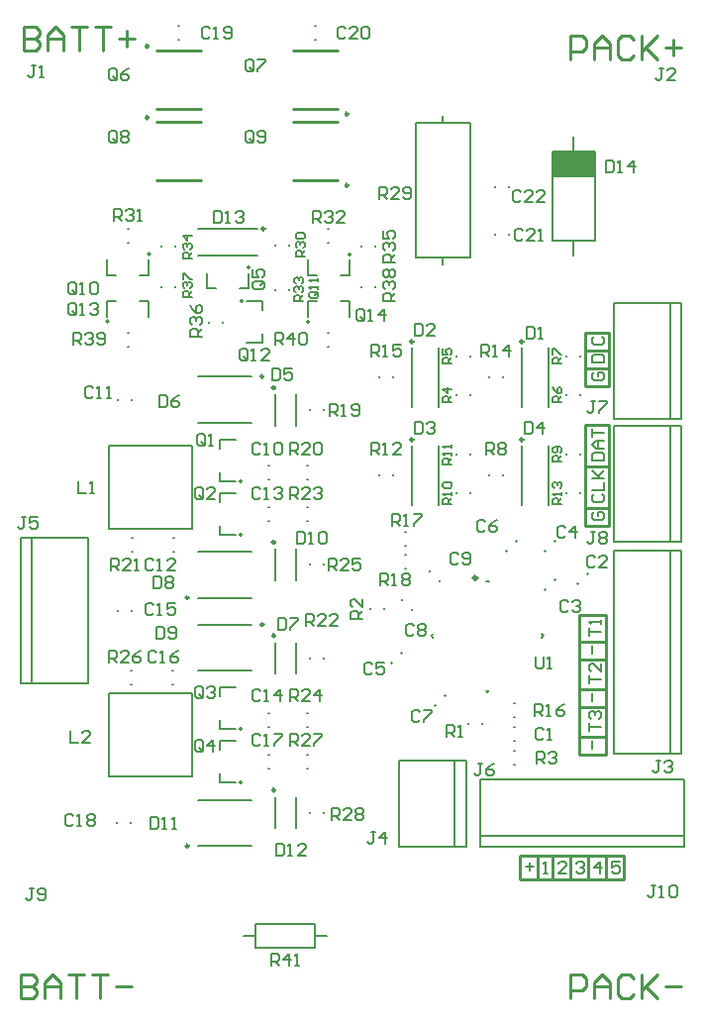
<source format=gto>
G04*
G04 #@! TF.GenerationSoftware,Altium Limited,Altium Designer,20.1.8 (145)*
G04*
G04 Layer_Color=65535*
%FSLAX25Y25*%
%MOIN*%
G70*
G04*
G04 #@! TF.SameCoordinates,DCF3A4A8-B772-48C9-94DF-C36B93A42D3A*
G04*
G04*
G04 #@! TF.FilePolarity,Positive*
G04*
G01*
G75*
%ADD10C,0.00984*%
%ADD11C,0.01181*%
%ADD12C,0.00787*%
%ADD13C,0.00984*%
%ADD14C,0.01000*%
%ADD15C,0.00800*%
%ADD16C,0.00600*%
%ADD17R,0.14087X0.09000*%
D10*
X88492Y237500D02*
G03*
X88492Y237500I-492J0D01*
G01*
Y154000D02*
G03*
X88492Y154000I-492J0D01*
G01*
Y185500D02*
G03*
X88492Y185500I-492J0D01*
G01*
Y102000D02*
G03*
X88492Y102000I-492J0D01*
G01*
X171992Y220000D02*
G03*
X171992Y220000I-492J0D01*
G01*
Y253000D02*
G03*
X171992Y253000I-492J0D01*
G01*
X134992Y220000D02*
G03*
X134992Y220000I-492J0D01*
G01*
Y253000D02*
G03*
X134992Y253000I-492J0D01*
G01*
X59394Y83244D02*
G03*
X59394Y83244I-492J0D01*
G01*
X84591Y157756D02*
G03*
X84591Y157756I-492J0D01*
G01*
X59394Y166744D02*
G03*
X59394Y166744I-492J0D01*
G01*
X84992Y291000D02*
G03*
X84992Y291000I-492J0D01*
G01*
X84591Y241256D02*
G03*
X84591Y241256I-492J0D01*
G01*
X113122Y329583D02*
G03*
X113122Y329583I-492J0D01*
G01*
D02*
G03*
X113122Y329583I-492J0D01*
G01*
Y305583D02*
G03*
X113122Y305583I-492J0D01*
G01*
D02*
G03*
X113122Y305583I-492J0D01*
G01*
X45862Y328417D02*
G03*
X45862Y328417I-492J0D01*
G01*
D02*
G03*
X45862Y328417I-492J0D01*
G01*
Y352417D02*
G03*
X45862Y352417I-492J0D01*
G01*
D02*
G03*
X45862Y352417I-492J0D01*
G01*
X201000Y238000D02*
Y256000D01*
X193000Y238000D02*
X201000D01*
X193000D02*
Y256000D01*
X201000D01*
X193000Y250000D02*
X201000D01*
X193000Y244000D02*
X201000D01*
X193000Y197000D02*
X201000D01*
X193000Y211000D02*
X201000D01*
X193000Y225000D02*
X201000D01*
X193000Y191000D02*
Y225000D01*
Y191000D02*
X201000D01*
Y225000D01*
X188000Y72000D02*
Y80000D01*
X191000Y136000D02*
X199500D01*
X191000Y146000D02*
X200000D01*
X191000Y152000D02*
X200000D01*
X191000Y161000D02*
X200000D01*
X191000Y114000D02*
Y161000D01*
Y114000D02*
X200000D01*
Y161000D01*
X171000Y72000D02*
X206000D01*
X171000D02*
Y80000D01*
X206000D01*
Y72000D02*
Y80000D01*
X200000Y72000D02*
Y80000D01*
X194000Y72000D02*
Y80000D01*
X182000Y72000D02*
Y80000D01*
X177000Y72000D02*
Y80000D01*
X94500Y331157D02*
X109500D01*
X94500Y350842D02*
X109500D01*
X94500Y307157D02*
X109500D01*
X94500Y326842D02*
X109500D01*
X48500D02*
X63500D01*
X48500Y307157D02*
X63500D01*
X48500Y350842D02*
X63500D01*
X48500Y331157D02*
X63500D01*
D11*
X156435Y173441D02*
G03*
X156435Y173441I-565J0D01*
G01*
D12*
X77331Y122500D02*
G03*
X77331Y122500I-500J0D01*
G01*
Y104500D02*
G03*
X77331Y104500I-500J0D01*
G01*
Y188000D02*
G03*
X77331Y188000I-500J0D01*
G01*
Y206000D02*
G03*
X77331Y206000I-500J0D01*
G01*
X100000Y259669D02*
G03*
X100000Y259669I-500J0D01*
G01*
X114000Y282331D02*
G03*
X114000Y282331I-500J0D01*
G01*
X77669Y266500D02*
G03*
X77669Y266500I-500J0D01*
G01*
X80000Y277831D02*
G03*
X80000Y277831I-500J0D01*
G01*
X32500Y259669D02*
G03*
X32500Y259669I-500J0D01*
G01*
X46500Y282331D02*
G03*
X46500Y282331I-500J0D01*
G01*
X95500Y224783D02*
Y235216D01*
X88500Y224783D02*
Y235216D01*
Y141284D02*
Y151716D01*
X95500Y141284D02*
Y151716D01*
Y172784D02*
Y183217D01*
X88500Y172784D02*
Y183217D01*
Y89284D02*
Y99717D01*
X95500Y89284D02*
Y99717D01*
X168803Y115362D02*
X169197D01*
X168803Y110638D02*
X169197D01*
X168803Y118638D02*
X169197Y118638D01*
X168803Y123362D02*
X169197D01*
X168803Y126638D02*
X169197D01*
X168803Y131362D02*
X169197Y131362D01*
X153638Y124303D02*
Y124697D01*
X158362Y124303D02*
Y124697D01*
X145531Y133809D02*
X145809Y133531D01*
X142191Y130469D02*
X142469Y130191D01*
X178304Y154626D02*
X178930Y154000D01*
X178304Y153374D02*
X178930Y154000D01*
X141070D02*
X141696Y153374D01*
X141070Y154000D02*
X141696Y154626D01*
X159374Y135696D02*
X160000Y135070D01*
X160626Y135696D01*
X159374Y172304D02*
X160626D01*
X140691Y175531D02*
X140969Y175810D01*
X144031Y172190D02*
X144309Y172469D01*
X132303Y176638D02*
X132697D01*
X132303Y181362D02*
X132697D01*
X127690Y144969D02*
X127969Y144691D01*
X131031Y148310D02*
X131309Y148031D01*
X131191Y166031D02*
X131469Y166309D01*
X134531Y162690D02*
X134810Y162969D01*
X125362Y162803D02*
Y163197D01*
X120638Y162803D02*
Y163197D01*
X190190Y171469D02*
X190469Y171191D01*
X193531Y174810D02*
X193809Y174531D01*
X179191Y169469D02*
X179469Y169191D01*
X182531Y172810D02*
X182809Y172531D01*
X132303Y184138D02*
X132697D01*
X132303Y188862D02*
X132697D01*
X191362Y247803D02*
Y248197D01*
X186638Y247803D02*
Y248197D01*
X191362Y234803D02*
Y235197D01*
X186638Y234803D02*
Y235197D01*
X191362Y214803D02*
Y215197D01*
X186638Y214803D02*
Y215197D01*
X191362Y201803D02*
Y202197D01*
X186638Y201803D02*
Y202197D01*
X182531Y185810D02*
X182809Y185531D01*
X179191Y182469D02*
X179469Y182191D01*
X169531Y185810D02*
X169809Y185531D01*
X166191Y182469D02*
X166469Y182191D01*
X165362Y207803D02*
Y208197D01*
X160638Y207803D02*
Y208197D01*
X154362Y201803D02*
Y202197D01*
X149638Y201803D02*
Y202197D01*
X154362Y214803D02*
Y215197D01*
X149638Y214803D02*
Y215197D01*
X180500Y198000D02*
Y218000D01*
X171500Y198000D02*
Y218000D01*
X180500Y231000D02*
Y251000D01*
X171500Y231000D02*
Y251000D01*
X165362Y240803D02*
Y241197D01*
X160638Y240803D02*
Y241197D01*
X154362Y234803D02*
Y235197D01*
X149638Y234803D02*
Y235197D01*
X154362Y247803D02*
Y248197D01*
X149638Y247803D02*
Y248197D01*
X143500Y198000D02*
Y218000D01*
X134500Y198000D02*
Y218000D01*
X143500Y231000D02*
Y251000D01*
X134500Y231000D02*
Y251000D01*
X128362Y240803D02*
Y241197D01*
X123638Y240803D02*
Y241197D01*
X128362Y207803D02*
Y208197D01*
X123638Y207803D02*
Y208197D01*
X221400Y227000D02*
Y265988D01*
X202581Y227000D02*
X225219D01*
X202581Y265988D02*
X225219D01*
X202581Y227000D02*
Y265988D01*
X225219Y227000D02*
Y265988D01*
X221400Y185500D02*
Y224488D01*
X202581Y185500D02*
X225219D01*
X202581Y224488D02*
X225219D01*
X202581Y185500D02*
Y224488D01*
X225219Y185500D02*
Y224488D01*
X225100Y114200D02*
Y182776D01*
X202500D02*
X225100D01*
X221400D02*
X221400Y114200D01*
X202500D02*
Y182776D01*
Y114200D02*
X225100D01*
X157700Y82900D02*
Y105500D01*
X226276D01*
X157700Y86600D02*
X226276Y86600D01*
Y82900D02*
Y105500D01*
X157700Y82900D02*
X226276D01*
X148900Y82933D02*
Y112067D01*
X130081D02*
X152719D01*
Y82933D02*
Y112067D01*
X130081Y82933D02*
X152719D01*
X130081D02*
Y112067D01*
X82000Y49063D02*
X102000D01*
X82000Y56937D02*
X102000D01*
Y49063D02*
Y56937D01*
X82000Y49063D02*
Y56937D01*
X102000Y53000D02*
X106000D01*
X78000D02*
X82000D01*
X104862Y94303D02*
Y94697D01*
X100138Y94303D02*
Y94697D01*
X99303Y123138D02*
X99697D01*
X99303Y127862D02*
X99697D01*
X86303D02*
X86697D01*
X86303Y123138D02*
X86697D01*
X86303Y113862D02*
X86697D01*
X86303Y109138D02*
X86697D01*
X99303D02*
X99697D01*
X99303Y113862D02*
X99697D01*
X69941Y136500D02*
X75059D01*
X69941Y122500D02*
X75059D01*
X69941D02*
Y125500D01*
Y133500D02*
Y136500D01*
Y118500D02*
X75059D01*
X69941Y104500D02*
X75059D01*
X69941D02*
Y107500D01*
Y115500D02*
Y118500D01*
X62504Y83244D02*
X80496D01*
X62504Y98756D02*
X80496D01*
X39862Y90803D02*
Y91197D01*
X35138Y90803D02*
Y91197D01*
X32500Y134500D02*
X60500D01*
X32500Y106500D02*
X60500D01*
Y134500D01*
X32500Y106500D02*
Y134500D01*
X53803Y142362D02*
X54197D01*
X53803Y137638D02*
X54197D01*
X39803D02*
X40197D01*
X39803Y142362D02*
X40197D01*
X40362Y162303D02*
Y162697D01*
X35638Y162303D02*
Y162697D01*
X40303Y186862D02*
X40697D01*
X40303Y182138D02*
X40697D01*
X54303D02*
X54697D01*
X54303Y186862D02*
X54697D01*
X62504Y157756D02*
X80496D01*
X62504Y142244D02*
X80496D01*
X62504Y166744D02*
X80496D01*
X62504Y182256D02*
X80496D01*
X104862Y177803D02*
Y178197D01*
X100138Y177803D02*
Y178197D01*
X99303Y192638D02*
X99697D01*
X99303Y197362D02*
X99697D01*
X86303D02*
X86697D01*
X86303Y192638D02*
X86697D01*
X86303Y211362D02*
X86697D01*
X86303Y206638D02*
X86697D01*
X99303D02*
X99697D01*
X99303Y211362D02*
X99697D01*
X104862Y229803D02*
Y230197D01*
X100138Y229803D02*
Y230197D01*
X69941Y199000D02*
Y202000D01*
Y188000D02*
Y191000D01*
Y188000D02*
X75059D01*
X69941Y202000D02*
X75059D01*
X69941Y217000D02*
Y220000D01*
Y206000D02*
Y209000D01*
Y206000D02*
X75059D01*
X69941Y220000D02*
X75059D01*
X60500Y190000D02*
Y218000D01*
X32500Y190000D02*
Y218000D01*
X60500D01*
X32500Y190000D02*
X60500D01*
X106303Y255862D02*
X106697D01*
X106303Y251138D02*
X106697D01*
X113500Y261441D02*
Y266559D01*
X99500Y261441D02*
Y266559D01*
X102500D01*
X110500D02*
X113500D01*
X106303Y290862D02*
X106697D01*
X106303Y286138D02*
X106697D01*
X122362Y284803D02*
Y285197D01*
X117638Y284803D02*
Y285197D01*
X122362Y271303D02*
Y271697D01*
X117638Y271303D02*
Y271697D01*
X99500Y275441D02*
Y280559D01*
X113500Y275441D02*
Y280559D01*
X110500Y275441D02*
X113500D01*
X99500D02*
X102500D01*
X62500Y282000D02*
X82500D01*
X62500Y291000D02*
X82500D01*
X93362Y285303D02*
Y285697D01*
X88638Y285303D02*
Y285697D01*
X93362Y270303D02*
Y270697D01*
X88638Y270303D02*
Y270697D01*
X78941Y252500D02*
X84059D01*
X78941Y266500D02*
X84059D01*
Y263500D02*
Y266500D01*
Y252500D02*
Y255500D01*
X70862Y259303D02*
Y259697D01*
X66138Y259303D02*
Y259697D01*
X62504Y241256D02*
X80496D01*
X62504Y225744D02*
X80496D01*
X65500Y270941D02*
Y276059D01*
X79500Y270941D02*
Y276059D01*
X76500Y270941D02*
X79500D01*
X65500D02*
X68500D01*
X54862Y284803D02*
Y285197D01*
X50138Y284803D02*
Y285197D01*
X54862Y271303D02*
Y271697D01*
X50138Y271303D02*
Y271697D01*
X40362Y233303D02*
Y233697D01*
X35638Y233303D02*
Y233697D01*
X38803Y255862D02*
X39197D01*
X38803Y251138D02*
X39197D01*
X46000Y261441D02*
Y266559D01*
X32000Y261441D02*
Y266559D01*
X35000D01*
X43000D02*
X46000D01*
X32000Y275441D02*
Y280559D01*
X46000Y275441D02*
Y280559D01*
X43000Y275441D02*
X46000D01*
X32000D02*
X35000D01*
X38803Y286138D02*
X39197D01*
X38803Y290862D02*
X39197D01*
X189000Y282000D02*
Y287000D01*
Y317000D02*
Y322000D01*
X181913Y287000D02*
X196087D01*
X181913Y317000D02*
X196087D01*
Y287000D02*
Y317000D01*
X181913Y287000D02*
Y317000D01*
X167362Y304803D02*
Y305197D01*
X162638Y304803D02*
Y305197D01*
X167362Y288803D02*
Y289197D01*
X162638Y288803D02*
Y289197D01*
X135945Y281362D02*
Y326638D01*
X154055Y281362D02*
Y326638D01*
X135945D02*
X154055D01*
X135945Y281362D02*
X154055D01*
X145000Y279000D02*
Y281362D01*
Y326638D02*
Y329000D01*
X101803Y359362D02*
X102197D01*
X101803Y354638D02*
X102197D01*
X55803Y359362D02*
X56197D01*
X55803Y354638D02*
X56197D01*
X104862Y146303D02*
Y146697D01*
X100138Y146303D02*
Y146697D01*
X2800Y138000D02*
Y186900D01*
X6600Y138000D02*
Y186900D01*
X2800D02*
X25419D01*
Y138000D02*
Y186900D01*
X2800Y138000D02*
X25419D01*
D13*
X191000Y120000D02*
X200000D01*
X191000Y130000D02*
X200000D01*
D14*
X188000Y32000D02*
Y39997D01*
X191999D01*
X193332Y38664D01*
Y35999D01*
X191999Y34666D01*
X188000D01*
X195997Y32000D02*
Y37332D01*
X198663Y39997D01*
X201329Y37332D01*
Y32000D01*
Y35999D01*
X195997D01*
X209326Y38664D02*
X207994Y39997D01*
X205328D01*
X203995Y38664D01*
Y33333D01*
X205328Y32000D01*
X207994D01*
X209326Y33333D01*
X211992Y39997D02*
Y32000D01*
Y34666D01*
X217324Y39997D01*
X213325Y35999D01*
X217324Y32000D01*
X219990Y35999D02*
X225321D01*
X188000Y348000D02*
Y355997D01*
X191999D01*
X193332Y354664D01*
Y351999D01*
X191999Y350666D01*
X188000D01*
X195997Y348000D02*
Y353332D01*
X198663Y355997D01*
X201329Y353332D01*
Y348000D01*
Y351999D01*
X195997D01*
X209326Y354664D02*
X207994Y355997D01*
X205328D01*
X203995Y354664D01*
Y349333D01*
X205328Y348000D01*
X207994D01*
X209326Y349333D01*
X211992Y355997D02*
Y348000D01*
Y350666D01*
X217324Y355997D01*
X213325Y351999D01*
X217324Y348000D01*
X219990Y351999D02*
X225321D01*
X222655Y354664D02*
Y349333D01*
X3000Y39997D02*
Y32000D01*
X6999D01*
X8332Y33333D01*
Y34666D01*
X6999Y35999D01*
X3000D01*
X6999D01*
X8332Y37332D01*
Y38664D01*
X6999Y39997D01*
X3000D01*
X10997Y32000D02*
Y37332D01*
X13663Y39997D01*
X16329Y37332D01*
Y32000D01*
Y35999D01*
X10997D01*
X18995Y39997D02*
X24326D01*
X21661D01*
Y32000D01*
X26992Y39997D02*
X32324D01*
X29658D01*
Y32000D01*
X34990Y35999D02*
X40321D01*
X4000Y358997D02*
Y351000D01*
X7999D01*
X9332Y352333D01*
Y353666D01*
X7999Y354999D01*
X4000D01*
X7999D01*
X9332Y356332D01*
Y357664D01*
X7999Y358997D01*
X4000D01*
X11997Y351000D02*
Y356332D01*
X14663Y358997D01*
X17329Y356332D01*
Y351000D01*
Y354999D01*
X11997D01*
X19995Y358997D02*
X25326D01*
X22661D01*
Y351000D01*
X27992Y358997D02*
X33324D01*
X30658D01*
Y351000D01*
X35990Y354999D02*
X41321D01*
X38655Y357664D02*
Y352333D01*
D15*
X195868Y242466D02*
X195201Y241799D01*
Y240466D01*
X195868Y239800D01*
X198533D01*
X199200Y240466D01*
Y241799D01*
X198533Y242466D01*
X197201D01*
Y241133D01*
X195201Y245800D02*
X199200D01*
Y247799D01*
X198533Y248466D01*
X195868D01*
X195201Y247799D01*
Y245800D01*
X195868Y254466D02*
X195201Y253799D01*
Y252466D01*
X195868Y251800D01*
X198533D01*
X199200Y252466D01*
Y253799D01*
X198533Y254466D01*
X195201Y212800D02*
X199200D01*
Y214799D01*
X198533Y215466D01*
X195868D01*
X195201Y214799D01*
Y212800D01*
X199200Y216799D02*
X196534D01*
X195201Y218132D01*
X196534Y219464D01*
X199200D01*
X197201D01*
Y216799D01*
X195201Y220797D02*
Y223463D01*
Y222130D01*
X199200D01*
X195868Y201466D02*
X195201Y200799D01*
Y199467D01*
X195868Y198800D01*
X198533D01*
X199200Y199467D01*
Y200799D01*
X198533Y201466D01*
X195201Y202799D02*
X199200D01*
Y205465D01*
X195201Y206797D02*
X199200D01*
X197867D01*
X195201Y209463D01*
X197201Y207464D01*
X199200Y209463D01*
X195868Y195466D02*
X195201Y194799D01*
Y193466D01*
X195868Y192800D01*
X198533D01*
X199200Y193466D01*
Y194799D01*
X198533Y195466D01*
X197201D01*
Y194133D01*
X195200Y115800D02*
Y118466D01*
Y131800D02*
Y134466D01*
X194201Y121800D02*
Y124466D01*
Y123133D01*
X198200D01*
X194868Y125799D02*
X194201Y126465D01*
Y127798D01*
X194868Y128464D01*
X195534D01*
X196201Y127798D01*
Y127132D01*
Y127798D01*
X196867Y128464D01*
X197534D01*
X198200Y127798D01*
Y126465D01*
X197534Y125799D01*
X194201Y137800D02*
Y140466D01*
Y139133D01*
X198200D01*
Y144465D02*
Y141799D01*
X195534Y144465D01*
X194868D01*
X194201Y143798D01*
Y142465D01*
X194868Y141799D01*
X195200Y147800D02*
Y150466D01*
X194201Y153800D02*
Y156466D01*
Y155133D01*
X198200D01*
Y157799D02*
Y159132D01*
Y158465D01*
X194201D01*
X194868Y157799D01*
X172800Y76133D02*
X175466D01*
X174133Y77466D02*
Y74800D01*
X204466Y77799D02*
X201800D01*
Y75799D01*
X203133Y76466D01*
X203799D01*
X204466Y75799D01*
Y74466D01*
X203799Y73800D01*
X202467D01*
X201800Y74466D01*
X197799Y73800D02*
Y77799D01*
X195800Y75799D01*
X198466D01*
X189800Y77132D02*
X190466Y77799D01*
X191799D01*
X192466Y77132D01*
Y76466D01*
X191799Y75799D01*
X191133D01*
X191799D01*
X192466Y75133D01*
Y74466D01*
X191799Y73800D01*
X190466D01*
X189800Y74466D01*
X186466Y73800D02*
X183800D01*
X186466Y76466D01*
Y77132D01*
X185799Y77799D01*
X184467D01*
X183800Y77132D01*
X178800Y73800D02*
X180133D01*
X179466D01*
Y77799D01*
X178800Y77132D01*
D16*
X176334Y146999D02*
Y143667D01*
X177001Y143001D01*
X178333D01*
X179000Y143667D01*
Y146999D01*
X180333Y143001D02*
X181666D01*
X180999D01*
Y146999D01*
X180333Y146333D01*
X88668Y252001D02*
Y255999D01*
X90668D01*
X91334Y255333D01*
Y254000D01*
X90668Y253334D01*
X88668D01*
X90001D02*
X91334Y252001D01*
X94666D02*
Y255999D01*
X92667Y254000D01*
X95333D01*
X96666Y255333D02*
X97332Y255999D01*
X98665D01*
X99332Y255333D01*
Y252667D01*
X98665Y252001D01*
X97332D01*
X96666Y252667D01*
Y255333D01*
X35333Y341667D02*
Y344333D01*
X34667Y344999D01*
X33334D01*
X32668Y344333D01*
Y341667D01*
X33334Y341001D01*
X34667D01*
X34001Y342334D02*
X35333Y341001D01*
X34667D02*
X35333Y341667D01*
X39332Y344999D02*
X37999Y344333D01*
X36666Y343000D01*
Y341667D01*
X37333Y341001D01*
X38666D01*
X39332Y341667D01*
Y342334D01*
X38666Y343000D01*
X36666D01*
X87335Y43001D02*
Y46999D01*
X89334D01*
X90001Y46333D01*
Y45000D01*
X89334Y44334D01*
X87335D01*
X88668D02*
X90001Y43001D01*
X93333D02*
Y46999D01*
X91334Y45000D01*
X93999D01*
X95332Y43001D02*
X96665D01*
X95999D01*
Y46999D01*
X95332Y46333D01*
X20668Y252001D02*
Y255999D01*
X22668D01*
X23334Y255333D01*
Y254000D01*
X22668Y253334D01*
X20668D01*
X22001D02*
X23334Y252001D01*
X24667Y255333D02*
X25333Y255999D01*
X26666D01*
X27333Y255333D01*
Y254666D01*
X26666Y254000D01*
X26000D01*
X26666D01*
X27333Y253334D01*
Y252667D01*
X26666Y252001D01*
X25333D01*
X24667Y252667D01*
X28666D02*
X29332Y252001D01*
X30665D01*
X31332Y252667D01*
Y255333D01*
X30665Y255999D01*
X29332D01*
X28666Y255333D01*
Y254666D01*
X29332Y254000D01*
X31332D01*
X128999Y266668D02*
X125001D01*
Y268668D01*
X125667Y269334D01*
X127000D01*
X127666Y268668D01*
Y266668D01*
Y268001D02*
X128999Y269334D01*
X125667Y270667D02*
X125001Y271334D01*
Y272666D01*
X125667Y273333D01*
X126333D01*
X127000Y272666D01*
Y272000D01*
Y272666D01*
X127666Y273333D01*
X128333D01*
X128999Y272666D01*
Y271334D01*
X128333Y270667D01*
X125667Y274666D02*
X125001Y275332D01*
Y276665D01*
X125667Y277332D01*
X126333D01*
X127000Y276665D01*
X127666Y277332D01*
X128333D01*
X128999Y276665D01*
Y275332D01*
X128333Y274666D01*
X127666D01*
X127000Y275332D01*
X126333Y274666D01*
X125667D01*
X127000Y275332D02*
Y276665D01*
X60500Y268001D02*
X57500D01*
Y269501D01*
X58000Y270001D01*
X59000D01*
X59500Y269501D01*
Y268001D01*
Y269001D02*
X60500Y270001D01*
X58000Y271000D02*
X57500Y271500D01*
Y272500D01*
X58000Y273000D01*
X58500D01*
X59000Y272500D01*
Y272000D01*
Y272500D01*
X59500Y273000D01*
X60000D01*
X60500Y272500D01*
Y271500D01*
X60000Y271000D01*
X57500Y273999D02*
Y275999D01*
X58000D01*
X60000Y273999D01*
X60500D01*
X63999Y254668D02*
X60001D01*
Y256668D01*
X60667Y257334D01*
X62000D01*
X62666Y256668D01*
Y254668D01*
Y256001D02*
X63999Y257334D01*
X60667Y258667D02*
X60001Y259334D01*
Y260666D01*
X60667Y261333D01*
X61334D01*
X62000Y260666D01*
Y260000D01*
Y260666D01*
X62666Y261333D01*
X63333D01*
X63999Y260666D01*
Y259334D01*
X63333Y258667D01*
X60001Y265332D02*
X60667Y263999D01*
X62000Y262666D01*
X63333D01*
X63999Y263332D01*
Y264665D01*
X63333Y265332D01*
X62666D01*
X62000Y264665D01*
Y262666D01*
X128999Y279668D02*
X125001D01*
Y281668D01*
X125667Y282334D01*
X127000D01*
X127666Y281668D01*
Y279668D01*
Y281001D02*
X128999Y282334D01*
X125667Y283667D02*
X125001Y284334D01*
Y285666D01*
X125667Y286333D01*
X126333D01*
X127000Y285666D01*
Y285000D01*
Y285666D01*
X127666Y286333D01*
X128333D01*
X128999Y285666D01*
Y284334D01*
X128333Y283667D01*
X125001Y290332D02*
Y287666D01*
X127000D01*
X126333Y288999D01*
Y289665D01*
X127000Y290332D01*
X128333D01*
X128999Y289665D01*
Y288332D01*
X128333Y287666D01*
X60500Y281001D02*
X57500D01*
Y282501D01*
X58000Y283001D01*
X59000D01*
X59500Y282501D01*
Y281001D01*
Y282001D02*
X60500Y283001D01*
X58000Y284000D02*
X57500Y284500D01*
Y285500D01*
X58000Y286000D01*
X58500D01*
X59000Y285500D01*
Y285000D01*
Y285500D01*
X59500Y286000D01*
X60000D01*
X60500Y285500D01*
Y284500D01*
X60000Y284000D01*
X60500Y288499D02*
X57500D01*
X59000Y286999D01*
Y288999D01*
X98000Y266501D02*
X95000D01*
Y268001D01*
X95500Y268501D01*
X96500D01*
X97000Y268001D01*
Y266501D01*
Y267501D02*
X98000Y268501D01*
X95500Y269500D02*
X95000Y270000D01*
Y271000D01*
X95500Y271500D01*
X96000D01*
X96500Y271000D01*
Y270500D01*
Y271000D01*
X97000Y271500D01*
X97500D01*
X98000Y271000D01*
Y270000D01*
X97500Y269500D01*
X95500Y272499D02*
X95000Y272999D01*
Y273999D01*
X95500Y274499D01*
X96000D01*
X96500Y273999D01*
Y273499D01*
Y273999D01*
X97000Y274499D01*
X97500D01*
X98000Y273999D01*
Y272999D01*
X97500Y272499D01*
X101168Y293001D02*
Y296999D01*
X103168D01*
X103834Y296333D01*
Y295000D01*
X103168Y294334D01*
X101168D01*
X102501D02*
X103834Y293001D01*
X105167Y296333D02*
X105833Y296999D01*
X107167D01*
X107833Y296333D01*
Y295666D01*
X107167Y295000D01*
X106500D01*
X107167D01*
X107833Y294334D01*
Y293667D01*
X107167Y293001D01*
X105833D01*
X105167Y293667D01*
X111832Y293001D02*
X109166D01*
X111832Y295666D01*
Y296333D01*
X111165Y296999D01*
X109832D01*
X109166Y296333D01*
X34335Y293501D02*
Y297499D01*
X36334D01*
X37001Y296833D01*
Y295500D01*
X36334Y294834D01*
X34335D01*
X35668D02*
X37001Y293501D01*
X38334Y296833D02*
X39000Y297499D01*
X40333D01*
X40999Y296833D01*
Y296166D01*
X40333Y295500D01*
X39666D01*
X40333D01*
X40999Y294834D01*
Y294167D01*
X40333Y293501D01*
X39000D01*
X38334Y294167D01*
X42332Y293501D02*
X43665D01*
X42999D01*
Y297499D01*
X42332Y296833D01*
X98500Y281501D02*
X95500D01*
Y283001D01*
X96000Y283501D01*
X97000D01*
X97500Y283001D01*
Y281501D01*
Y282501D02*
X98500Y283501D01*
X96000Y284500D02*
X95500Y285000D01*
Y286000D01*
X96000Y286500D01*
X96500D01*
X97000Y286000D01*
Y285500D01*
Y286000D01*
X97500Y286500D01*
X98000D01*
X98500Y286000D01*
Y285000D01*
X98000Y284500D01*
X96000Y287499D02*
X95500Y287999D01*
Y288999D01*
X96000Y289499D01*
X98000D01*
X98500Y288999D01*
Y287999D01*
X98000Y287499D01*
X96000D01*
X123668Y301001D02*
Y304999D01*
X125668D01*
X126334Y304333D01*
Y303000D01*
X125668Y302334D01*
X123668D01*
X125001D02*
X126334Y301001D01*
X130333D02*
X127667D01*
X130333Y303666D01*
Y304333D01*
X129666Y304999D01*
X128333D01*
X127667Y304333D01*
X131666Y301667D02*
X132332Y301001D01*
X133665D01*
X134332Y301667D01*
Y304333D01*
X133665Y304999D01*
X132332D01*
X131666Y304333D01*
Y303666D01*
X132332Y303000D01*
X134332D01*
X107668Y92001D02*
Y95999D01*
X109668D01*
X110334Y95333D01*
Y94000D01*
X109668Y93334D01*
X107668D01*
X109001D02*
X110334Y92001D01*
X114333D02*
X111667D01*
X114333Y94666D01*
Y95333D01*
X113666Y95999D01*
X112334D01*
X111667Y95333D01*
X115666D02*
X116332Y95999D01*
X117665D01*
X118332Y95333D01*
Y94666D01*
X117665Y94000D01*
X118332Y93334D01*
Y92667D01*
X117665Y92001D01*
X116332D01*
X115666Y92667D01*
Y93334D01*
X116332Y94000D01*
X115666Y94666D01*
Y95333D01*
X116332Y94000D02*
X117665D01*
X93668Y117001D02*
Y120999D01*
X95668D01*
X96334Y120333D01*
Y119000D01*
X95668Y118333D01*
X93668D01*
X95001D02*
X96334Y117001D01*
X100333D02*
X97667D01*
X100333Y119667D01*
Y120333D01*
X99666Y120999D01*
X98334D01*
X97667Y120333D01*
X101666Y120999D02*
X104332D01*
Y120333D01*
X101666Y117667D01*
Y117001D01*
X32668Y145001D02*
Y148999D01*
X34668D01*
X35334Y148333D01*
Y147000D01*
X34668Y146334D01*
X32668D01*
X34001D02*
X35334Y145001D01*
X39333D02*
X36667D01*
X39333Y147667D01*
Y148333D01*
X38666Y148999D01*
X37334D01*
X36667Y148333D01*
X43332Y148999D02*
X41999Y148333D01*
X40666Y147000D01*
Y145667D01*
X41332Y145001D01*
X42665D01*
X43332Y145667D01*
Y146334D01*
X42665Y147000D01*
X40666D01*
X106668Y176001D02*
Y179999D01*
X108668D01*
X109334Y179333D01*
Y178000D01*
X108668Y177333D01*
X106668D01*
X108001D02*
X109334Y176001D01*
X113333D02*
X110667D01*
X113333Y178666D01*
Y179333D01*
X112666Y179999D01*
X111334D01*
X110667Y179333D01*
X117332Y179999D02*
X114666D01*
Y178000D01*
X115999Y178666D01*
X116665D01*
X117332Y178000D01*
Y176667D01*
X116665Y176001D01*
X115332D01*
X114666Y176667D01*
X93668Y132001D02*
Y135999D01*
X95668D01*
X96334Y135333D01*
Y134000D01*
X95668Y133334D01*
X93668D01*
X95001D02*
X96334Y132001D01*
X100333D02*
X97667D01*
X100333Y134667D01*
Y135333D01*
X99666Y135999D01*
X98334D01*
X97667Y135333D01*
X103665Y132001D02*
Y135999D01*
X101666Y134000D01*
X104332D01*
X93668Y200001D02*
Y203999D01*
X95668D01*
X96334Y203333D01*
Y202000D01*
X95668Y201333D01*
X93668D01*
X95001D02*
X96334Y200001D01*
X100333D02*
X97667D01*
X100333Y202666D01*
Y203333D01*
X99666Y203999D01*
X98334D01*
X97667Y203333D01*
X101666D02*
X102332Y203999D01*
X103665D01*
X104332Y203333D01*
Y202666D01*
X103665Y202000D01*
X102999D01*
X103665D01*
X104332Y201333D01*
Y200667D01*
X103665Y200001D01*
X102332D01*
X101666Y200667D01*
X98800Y157200D02*
Y161199D01*
X100799D01*
X101466Y160532D01*
Y159199D01*
X100799Y158533D01*
X98800D01*
X100133D02*
X101466Y157200D01*
X105464D02*
X102799D01*
X105464Y159866D01*
Y160532D01*
X104798Y161199D01*
X103465D01*
X102799Y160532D01*
X109463Y157200D02*
X106797D01*
X109463Y159866D01*
Y160532D01*
X108797Y161199D01*
X107464D01*
X106797Y160532D01*
X33335Y176001D02*
Y179999D01*
X35334D01*
X36001Y179333D01*
Y178000D01*
X35334Y177333D01*
X33335D01*
X34668D02*
X36001Y176001D01*
X39999D02*
X37334D01*
X39999Y178666D01*
Y179333D01*
X39333Y179999D01*
X38000D01*
X37334Y179333D01*
X41332Y176001D02*
X42665D01*
X41999D01*
Y179999D01*
X41332Y179333D01*
X93668Y215001D02*
Y218999D01*
X95668D01*
X96334Y218333D01*
Y217000D01*
X95668Y216334D01*
X93668D01*
X95001D02*
X96334Y215001D01*
X100333D02*
X97667D01*
X100333Y217666D01*
Y218333D01*
X99666Y218999D01*
X98334D01*
X97667Y218333D01*
X101666D02*
X102332Y218999D01*
X103665D01*
X104332Y218333D01*
Y215667D01*
X103665Y215001D01*
X102332D01*
X101666Y215667D01*
Y218333D01*
X107002Y228001D02*
Y231999D01*
X109001D01*
X109667Y231333D01*
Y230000D01*
X109001Y229334D01*
X107002D01*
X108335D02*
X109667Y228001D01*
X111000D02*
X112333D01*
X111667D01*
Y231999D01*
X111000Y231333D01*
X114333Y228667D02*
X114999Y228001D01*
X116332D01*
X116998Y228667D01*
Y231333D01*
X116332Y231999D01*
X114999D01*
X114333Y231333D01*
Y230666D01*
X114999Y230000D01*
X116998D01*
X124002Y171001D02*
Y174999D01*
X126001D01*
X126667Y174333D01*
Y173000D01*
X126001Y172334D01*
X124002D01*
X125335D02*
X126667Y171001D01*
X128000D02*
X129333D01*
X128667D01*
Y174999D01*
X128000Y174333D01*
X131333D02*
X131999Y174999D01*
X133332D01*
X133998Y174333D01*
Y173667D01*
X133332Y173000D01*
X133998Y172334D01*
Y171667D01*
X133332Y171001D01*
X131999D01*
X131333Y171667D01*
Y172334D01*
X131999Y173000D01*
X131333Y173667D01*
Y174333D01*
X131999Y173000D02*
X133332D01*
X128002Y191001D02*
Y194999D01*
X130001D01*
X130667Y194333D01*
Y193000D01*
X130001Y192333D01*
X128002D01*
X129334D02*
X130667Y191001D01*
X132000D02*
X133333D01*
X132667D01*
Y194999D01*
X132000Y194333D01*
X135333Y194999D02*
X137998D01*
Y194333D01*
X135333Y191667D01*
Y191001D01*
X176002Y127001D02*
Y130999D01*
X178001D01*
X178667Y130333D01*
Y129000D01*
X178001Y128333D01*
X176002D01*
X177334D02*
X178667Y127001D01*
X180000D02*
X181333D01*
X180667D01*
Y130999D01*
X180000Y130333D01*
X185998Y130999D02*
X184666Y130333D01*
X183333Y129000D01*
Y127667D01*
X183999Y127001D01*
X185332D01*
X185998Y127667D01*
Y128333D01*
X185332Y129000D01*
X183333D01*
X121002Y248001D02*
Y251999D01*
X123001D01*
X123667Y251333D01*
Y250000D01*
X123001Y249334D01*
X121002D01*
X122335D02*
X123667Y248001D01*
X125000D02*
X126333D01*
X125667D01*
Y251999D01*
X125000Y251333D01*
X130998Y251999D02*
X128333D01*
Y250000D01*
X129666Y250666D01*
X130332D01*
X130998Y250000D01*
Y248667D01*
X130332Y248001D01*
X128999D01*
X128333Y248667D01*
X158002Y248001D02*
Y251999D01*
X160001D01*
X160667Y251333D01*
Y250000D01*
X160001Y249334D01*
X158002D01*
X159335D02*
X160667Y248001D01*
X162000D02*
X163333D01*
X162667D01*
Y251999D01*
X162000Y251333D01*
X167332Y248001D02*
Y251999D01*
X165333Y250000D01*
X167998D01*
X185000Y198251D02*
X182001D01*
Y199751D01*
X182500Y200251D01*
X183500D01*
X184000Y199751D01*
Y198251D01*
Y199251D02*
X185000Y200251D01*
Y201250D02*
Y202250D01*
Y201750D01*
X182001D01*
X182500Y201250D01*
Y203749D02*
X182001Y204249D01*
Y205249D01*
X182500Y205749D01*
X183000D01*
X183500Y205249D01*
Y204749D01*
Y205249D01*
X184000Y205749D01*
X184500D01*
X185000Y205249D01*
Y204249D01*
X184500Y203749D01*
X121002Y215001D02*
Y218999D01*
X123001D01*
X123667Y218333D01*
Y217000D01*
X123001Y216334D01*
X121002D01*
X122335D02*
X123667Y215001D01*
X125000D02*
X126333D01*
X125667D01*
Y218999D01*
X125000Y218333D01*
X130998Y215001D02*
X128333D01*
X130998Y217666D01*
Y218333D01*
X130332Y218999D01*
X128999D01*
X128333Y218333D01*
X148000Y211751D02*
X145001D01*
Y213251D01*
X145500Y213750D01*
X146500D01*
X147000Y213251D01*
Y211751D01*
Y212751D02*
X148000Y213750D01*
Y214750D02*
Y215750D01*
Y215250D01*
X145001D01*
X145500Y214750D01*
X148000Y217249D02*
Y218249D01*
Y217749D01*
X145001D01*
X145500Y217249D01*
X148000Y198251D02*
X145001D01*
Y199751D01*
X145500Y200251D01*
X146500D01*
X147000Y199751D01*
Y198251D01*
Y199251D02*
X148000Y200251D01*
Y201250D02*
Y202250D01*
Y201750D01*
X145001D01*
X145500Y201250D01*
Y203749D02*
X145001Y204249D01*
Y205249D01*
X145500Y205749D01*
X147500D01*
X148000Y205249D01*
Y204249D01*
X147500Y203749D01*
X145500D01*
X185000Y212501D02*
X182001D01*
Y214000D01*
X182500Y214500D01*
X183500D01*
X184000Y214000D01*
Y212501D01*
Y213500D02*
X185000Y214500D01*
X184500Y215500D02*
X185000Y216000D01*
Y216999D01*
X184500Y217499D01*
X182500D01*
X182001Y216999D01*
Y216000D01*
X182500Y215500D01*
X183000D01*
X183500Y216000D01*
Y217499D01*
X159668Y215001D02*
Y218999D01*
X161667D01*
X162334Y218333D01*
Y217000D01*
X161667Y216334D01*
X159668D01*
X161001D02*
X162334Y215001D01*
X163666Y218333D02*
X164333Y218999D01*
X165666D01*
X166332Y218333D01*
Y217666D01*
X165666Y217000D01*
X166332Y216334D01*
Y215667D01*
X165666Y215001D01*
X164333D01*
X163666Y215667D01*
Y216334D01*
X164333Y217000D01*
X163666Y217666D01*
Y218333D01*
X164333Y217000D02*
X165666D01*
X185000Y245501D02*
X182001D01*
Y247000D01*
X182500Y247500D01*
X183500D01*
X184000Y247000D01*
Y245501D01*
Y246500D02*
X185000Y247500D01*
X182001Y248500D02*
Y250499D01*
X182500D01*
X184500Y248500D01*
X185000D01*
Y232501D02*
X182001D01*
Y234000D01*
X182500Y234500D01*
X183500D01*
X184000Y234000D01*
Y232501D01*
Y233501D02*
X185000Y234500D01*
X182001Y237499D02*
X182500Y236500D01*
X183500Y235500D01*
X184500D01*
X185000Y236000D01*
Y236999D01*
X184500Y237499D01*
X184000D01*
X183500Y236999D01*
Y235500D01*
X148000Y245501D02*
X145001D01*
Y247000D01*
X145500Y247500D01*
X146500D01*
X147000Y247000D01*
Y245501D01*
Y246500D02*
X148000Y247500D01*
X145001Y250499D02*
Y248500D01*
X146500D01*
X146000Y249500D01*
Y249999D01*
X146500Y250499D01*
X147500D01*
X148000Y249999D01*
Y249000D01*
X147500Y248500D01*
X148000Y232501D02*
X145001D01*
Y234000D01*
X145500Y234500D01*
X146500D01*
X147000Y234000D01*
Y232501D01*
Y233501D02*
X148000Y234500D01*
Y236999D02*
X145001D01*
X146500Y235500D01*
Y237499D01*
X176668Y111001D02*
Y114999D01*
X178667D01*
X179333Y114333D01*
Y113000D01*
X178667Y112334D01*
X176668D01*
X178001D02*
X179333Y111001D01*
X180666Y114333D02*
X181333Y114999D01*
X182666D01*
X183332Y114333D01*
Y113666D01*
X182666Y113000D01*
X181999D01*
X182666D01*
X183332Y112334D01*
Y111667D01*
X182666Y111001D01*
X181333D01*
X180666Y111667D01*
X117999Y159668D02*
X114001D01*
Y161667D01*
X114667Y162334D01*
X116000D01*
X116666Y161667D01*
Y159668D01*
Y161001D02*
X117999Y162334D01*
Y166332D02*
Y163666D01*
X115333Y166332D01*
X114667D01*
X114001Y165666D01*
Y164333D01*
X114667Y163666D01*
X146334Y120001D02*
Y123999D01*
X148334D01*
X149000Y123333D01*
Y122000D01*
X148334Y121334D01*
X146334D01*
X147667D02*
X149000Y120001D01*
X150333D02*
X151666D01*
X150999D01*
Y123999D01*
X150333Y123333D01*
X118667Y260667D02*
Y263333D01*
X118001Y263999D01*
X116668D01*
X116002Y263333D01*
Y260667D01*
X116668Y260001D01*
X118001D01*
X117334Y261334D02*
X118667Y260001D01*
X118001D02*
X118667Y260667D01*
X120000Y260001D02*
X121333D01*
X120667D01*
Y263999D01*
X120000Y263333D01*
X125332Y260001D02*
Y263999D01*
X123333Y262000D01*
X125998D01*
X21667Y262667D02*
Y265333D01*
X21001Y265999D01*
X19668D01*
X19002Y265333D01*
Y262667D01*
X19668Y262001D01*
X21001D01*
X20335Y263334D02*
X21667Y262001D01*
X21001D02*
X21667Y262667D01*
X23000Y262001D02*
X24333D01*
X23667D01*
Y265999D01*
X23000Y265333D01*
X26333D02*
X26999Y265999D01*
X28332D01*
X28998Y265333D01*
Y264666D01*
X28332Y264000D01*
X27665D01*
X28332D01*
X28998Y263334D01*
Y262667D01*
X28332Y262001D01*
X26999D01*
X26333Y262667D01*
X79167Y247167D02*
Y249833D01*
X78501Y250499D01*
X77168D01*
X76502Y249833D01*
Y247167D01*
X77168Y246501D01*
X78501D01*
X77834Y247834D02*
X79167Y246501D01*
X78501D02*
X79167Y247167D01*
X80500Y246501D02*
X81833D01*
X81167D01*
Y250499D01*
X80500Y249833D01*
X86498Y246501D02*
X83833D01*
X86498Y249166D01*
Y249833D01*
X85832Y250499D01*
X84499D01*
X83833Y249833D01*
X102500Y269750D02*
X100500D01*
X100001Y269251D01*
Y268251D01*
X100500Y267751D01*
X102500D01*
X102999Y268251D01*
Y269251D01*
X102000Y268751D02*
X102999Y269750D01*
Y269251D02*
X102500Y269750D01*
X102999Y270750D02*
Y271750D01*
Y271250D01*
X100001D01*
X100500Y270750D01*
X102999Y273249D02*
Y274249D01*
Y273749D01*
X100001D01*
X100500Y273249D01*
X21667Y269667D02*
Y272333D01*
X21001Y272999D01*
X19668D01*
X19002Y272333D01*
Y269667D01*
X19668Y269001D01*
X21001D01*
X20335Y270334D02*
X21667Y269001D01*
X21001D02*
X21667Y269667D01*
X23000Y269001D02*
X24333D01*
X23667D01*
Y272999D01*
X23000Y272333D01*
X26333D02*
X26999Y272999D01*
X28332D01*
X28998Y272333D01*
Y269667D01*
X28332Y269001D01*
X26999D01*
X26333Y269667D01*
Y272333D01*
X81334Y320667D02*
Y323333D01*
X80667Y323999D01*
X79334D01*
X78668Y323333D01*
Y320667D01*
X79334Y320001D01*
X80667D01*
X80001Y321334D02*
X81334Y320001D01*
X80667D02*
X81334Y320667D01*
X82666D02*
X83333Y320001D01*
X84666D01*
X85332Y320667D01*
Y323333D01*
X84666Y323999D01*
X83333D01*
X82666Y323333D01*
Y322666D01*
X83333Y322000D01*
X85332D01*
X35333Y320667D02*
Y323333D01*
X34667Y323999D01*
X33334D01*
X32668Y323333D01*
Y320667D01*
X33334Y320001D01*
X34667D01*
X34001Y321334D02*
X35333Y320001D01*
X34667D02*
X35333Y320667D01*
X36666Y323333D02*
X37333Y323999D01*
X38666D01*
X39332Y323333D01*
Y322666D01*
X38666Y322000D01*
X39332Y321334D01*
Y320667D01*
X38666Y320001D01*
X37333D01*
X36666Y320667D01*
Y321334D01*
X37333Y322000D01*
X36666Y322666D01*
Y323333D01*
X37333Y322000D02*
X38666D01*
X81334Y344667D02*
Y347333D01*
X80667Y347999D01*
X79334D01*
X78668Y347333D01*
Y344667D01*
X79334Y344001D01*
X80667D01*
X80001Y345334D02*
X81334Y344001D01*
X80667D02*
X81334Y344667D01*
X82666Y347999D02*
X85332D01*
Y347333D01*
X82666Y344667D01*
Y344001D01*
X84333Y273334D02*
X81667D01*
X81001Y272667D01*
Y271334D01*
X81667Y270668D01*
X84333D01*
X84999Y271334D01*
Y272667D01*
X83666Y272001D02*
X84999Y273334D01*
Y272667D02*
X84333Y273334D01*
X81001Y277332D02*
Y274667D01*
X83000D01*
X82333Y275999D01*
Y276666D01*
X83000Y277332D01*
X84333D01*
X84999Y276666D01*
Y275333D01*
X84333Y274667D01*
X64333Y115667D02*
Y118333D01*
X63667Y118999D01*
X62334D01*
X61668Y118333D01*
Y115667D01*
X62334Y115001D01*
X63667D01*
X63001Y116333D02*
X64333Y115001D01*
X63667D02*
X64333Y115667D01*
X67666Y115001D02*
Y118999D01*
X65666Y117000D01*
X68332D01*
X64333Y133667D02*
Y136333D01*
X63667Y136999D01*
X62334D01*
X61668Y136333D01*
Y133667D01*
X62334Y133001D01*
X63667D01*
X63001Y134334D02*
X64333Y133001D01*
X63667D02*
X64333Y133667D01*
X65666Y136333D02*
X66333Y136999D01*
X67666D01*
X68332Y136333D01*
Y135667D01*
X67666Y135000D01*
X66999D01*
X67666D01*
X68332Y134334D01*
Y133667D01*
X67666Y133001D01*
X66333D01*
X65666Y133667D01*
X64333Y200667D02*
Y203333D01*
X63667Y203999D01*
X62334D01*
X61668Y203333D01*
Y200667D01*
X62334Y200001D01*
X63667D01*
X63001Y201333D02*
X64333Y200001D01*
X63667D02*
X64333Y200667D01*
X68332Y200001D02*
X65666D01*
X68332Y202666D01*
Y203333D01*
X67666Y203999D01*
X66333D01*
X65666Y203333D01*
X65000Y218667D02*
Y221333D01*
X64333Y221999D01*
X63001D01*
X62334Y221333D01*
Y218667D01*
X63001Y218001D01*
X64333D01*
X63667Y219334D02*
X65000Y218001D01*
X64333D02*
X65000Y218667D01*
X66333Y218001D02*
X67666D01*
X66999D01*
Y221999D01*
X66333Y221333D01*
X19668Y121999D02*
Y118001D01*
X22333D01*
X26332D02*
X23666D01*
X26332Y120667D01*
Y121333D01*
X25666Y121999D01*
X24333D01*
X23666Y121333D01*
X22334Y205999D02*
Y202001D01*
X25000D01*
X26333D02*
X27666D01*
X26999D01*
Y205999D01*
X26333Y205333D01*
X216667Y69999D02*
X215335D01*
X216001D01*
Y66667D01*
X215335Y66001D01*
X214668D01*
X214002Y66667D01*
X218000Y66001D02*
X219333D01*
X218667D01*
Y69999D01*
X218000Y69333D01*
X221333D02*
X221999Y69999D01*
X223332D01*
X223998Y69333D01*
Y66667D01*
X223332Y66001D01*
X221999D01*
X221333Y66667D01*
Y69333D01*
X7333Y68999D02*
X6001D01*
X6667D01*
Y65667D01*
X6001Y65001D01*
X5334D01*
X4668Y65667D01*
X8666D02*
X9333Y65001D01*
X10666D01*
X11332Y65667D01*
Y68333D01*
X10666Y68999D01*
X9333D01*
X8666Y68333D01*
Y67666D01*
X9333Y67000D01*
X11332D01*
X196334Y188999D02*
X195001D01*
X195667D01*
Y185667D01*
X195001Y185001D01*
X194334D01*
X193668Y185667D01*
X197667Y188333D02*
X198333Y188999D01*
X199666D01*
X200332Y188333D01*
Y187666D01*
X199666Y187000D01*
X200332Y186334D01*
Y185667D01*
X199666Y185001D01*
X198333D01*
X197667Y185667D01*
Y186334D01*
X198333Y187000D01*
X197667Y187666D01*
Y188333D01*
X198333Y187000D02*
X199666D01*
X196334Y232999D02*
X195001D01*
X195667D01*
Y229667D01*
X195001Y229001D01*
X194334D01*
X193668Y229667D01*
X197667Y232999D02*
X200332D01*
Y232333D01*
X197667Y229667D01*
Y229001D01*
X158334Y110999D02*
X157001D01*
X157667D01*
Y107667D01*
X157001Y107001D01*
X156334D01*
X155668Y107667D01*
X162332Y110999D02*
X160999Y110333D01*
X159667Y109000D01*
Y107667D01*
X160333Y107001D01*
X161666D01*
X162332Y107667D01*
Y108334D01*
X161666Y109000D01*
X159667D01*
X4466Y193899D02*
X3133D01*
X3799D01*
Y190567D01*
X3133Y189900D01*
X2466D01*
X1800Y190567D01*
X8465Y193899D02*
X5799D01*
Y191899D01*
X7132Y192566D01*
X7798D01*
X8465Y191899D01*
Y190567D01*
X7798Y189900D01*
X6465D01*
X5799Y190567D01*
X122334Y87999D02*
X121001D01*
X121667D01*
Y84667D01*
X121001Y84001D01*
X120334D01*
X119668Y84667D01*
X125666Y84001D02*
Y87999D01*
X123667Y86000D01*
X126332D01*
X218334Y111999D02*
X217001D01*
X217667D01*
Y108667D01*
X217001Y108001D01*
X216334D01*
X215668Y108667D01*
X219667Y111333D02*
X220333Y111999D01*
X221666D01*
X222332Y111333D01*
Y110667D01*
X221666Y110000D01*
X220999D01*
X221666D01*
X222332Y109334D01*
Y108667D01*
X221666Y108001D01*
X220333D01*
X219667Y108667D01*
X219334Y344999D02*
X218001D01*
X218667D01*
Y341667D01*
X218001Y341001D01*
X217334D01*
X216668Y341667D01*
X223332Y341001D02*
X220666D01*
X223332Y343666D01*
Y344333D01*
X222666Y344999D01*
X221333D01*
X220666Y344333D01*
X8000Y345999D02*
X6667D01*
X7333D01*
Y342667D01*
X6667Y342001D01*
X6001D01*
X5334Y342667D01*
X9333Y342001D02*
X10666D01*
X9999D01*
Y345999D01*
X9333Y345333D01*
X200002Y313999D02*
Y310001D01*
X202001D01*
X202667Y310667D01*
Y313333D01*
X202001Y313999D01*
X200002D01*
X204000Y310001D02*
X205333D01*
X204667D01*
Y313999D01*
X204000Y313333D01*
X209332Y310001D02*
Y313999D01*
X207333Y312000D01*
X209998D01*
X68002Y296999D02*
Y293001D01*
X70001D01*
X70667Y293667D01*
Y296333D01*
X70001Y296999D01*
X68002D01*
X72000Y293001D02*
X73333D01*
X72667D01*
Y296999D01*
X72000Y296333D01*
X75333D02*
X75999Y296999D01*
X77332D01*
X77998Y296333D01*
Y295666D01*
X77332Y295000D01*
X76666D01*
X77332D01*
X77998Y294334D01*
Y293667D01*
X77332Y293001D01*
X75999D01*
X75333Y293667D01*
X89002Y83999D02*
Y80001D01*
X91001D01*
X91667Y80667D01*
Y83333D01*
X91001Y83999D01*
X89002D01*
X93000Y80001D02*
X94333D01*
X93667D01*
Y83999D01*
X93000Y83333D01*
X98998Y80001D02*
X96333D01*
X98998Y82666D01*
Y83333D01*
X98332Y83999D01*
X96999D01*
X96333Y83333D01*
X46668Y92999D02*
Y89001D01*
X48667D01*
X49334Y89667D01*
Y92333D01*
X48667Y92999D01*
X46668D01*
X50667Y89001D02*
X52000D01*
X51333D01*
Y92999D01*
X50667Y92333D01*
X53999Y89001D02*
X55332D01*
X54665D01*
Y92999D01*
X53999Y92333D01*
X96002Y188999D02*
Y185001D01*
X98001D01*
X98667Y185667D01*
Y188333D01*
X98001Y188999D01*
X96002D01*
X100000Y185001D02*
X101333D01*
X100667D01*
Y188999D01*
X100000Y188333D01*
X103333D02*
X103999Y188999D01*
X105332D01*
X105998Y188333D01*
Y185667D01*
X105332Y185001D01*
X103999D01*
X103333Y185667D01*
Y188333D01*
X48668Y156999D02*
Y153001D01*
X50667D01*
X51333Y153667D01*
Y156333D01*
X50667Y156999D01*
X48668D01*
X52666Y153667D02*
X53333Y153001D01*
X54666D01*
X55332Y153667D01*
Y156333D01*
X54666Y156999D01*
X53333D01*
X52666Y156333D01*
Y155666D01*
X53333Y155000D01*
X55332D01*
X47668Y173999D02*
Y170001D01*
X49667D01*
X50333Y170667D01*
Y173333D01*
X49667Y173999D01*
X47668D01*
X51666Y173333D02*
X52333Y173999D01*
X53666D01*
X54332Y173333D01*
Y172667D01*
X53666Y172000D01*
X54332Y171334D01*
Y170667D01*
X53666Y170001D01*
X52333D01*
X51666Y170667D01*
Y171334D01*
X52333Y172000D01*
X51666Y172667D01*
Y173333D01*
X52333Y172000D02*
X53666D01*
X89668Y159999D02*
Y156001D01*
X91667D01*
X92334Y156667D01*
Y159333D01*
X91667Y159999D01*
X89668D01*
X93666D02*
X96332D01*
Y159333D01*
X93666Y156667D01*
Y156001D01*
X49668Y234999D02*
Y231001D01*
X51667D01*
X52333Y231667D01*
Y234333D01*
X51667Y234999D01*
X49668D01*
X56332D02*
X54999Y234333D01*
X53666Y233000D01*
Y231667D01*
X54333Y231001D01*
X55666D01*
X56332Y231667D01*
Y232334D01*
X55666Y233000D01*
X53666D01*
X87668Y243999D02*
Y240001D01*
X89667D01*
X90333Y240667D01*
Y243333D01*
X89667Y243999D01*
X87668D01*
X94332D02*
X91666D01*
Y242000D01*
X92999Y242666D01*
X93666D01*
X94332Y242000D01*
Y240667D01*
X93666Y240001D01*
X92333D01*
X91666Y240667D01*
X172668Y225999D02*
Y222001D01*
X174667D01*
X175333Y222667D01*
Y225333D01*
X174667Y225999D01*
X172668D01*
X178666Y222001D02*
Y225999D01*
X176666Y224000D01*
X179332D01*
X135668Y225999D02*
Y222001D01*
X137667D01*
X138333Y222667D01*
Y225333D01*
X137667Y225999D01*
X135668D01*
X139666Y225333D02*
X140333Y225999D01*
X141666D01*
X142332Y225333D01*
Y224666D01*
X141666Y224000D01*
X140999D01*
X141666D01*
X142332Y223334D01*
Y222667D01*
X141666Y222001D01*
X140333D01*
X139666Y222667D01*
X135668Y258999D02*
Y255001D01*
X137667D01*
X138333Y255667D01*
Y258333D01*
X137667Y258999D01*
X135668D01*
X142332Y255001D02*
X139666D01*
X142332Y257666D01*
Y258333D01*
X141666Y258999D01*
X140333D01*
X139666Y258333D01*
X173334Y257999D02*
Y254001D01*
X175333D01*
X176000Y254667D01*
Y257333D01*
X175333Y257999D01*
X173334D01*
X177333Y254001D02*
X178666D01*
X177999D01*
Y257999D01*
X177333Y257333D01*
X171334Y303333D02*
X170668Y303999D01*
X169335D01*
X168668Y303333D01*
Y300667D01*
X169335Y300001D01*
X170668D01*
X171334Y300667D01*
X175333Y300001D02*
X172667D01*
X175333Y302666D01*
Y303333D01*
X174666Y303999D01*
X173334D01*
X172667Y303333D01*
X179332Y300001D02*
X176666D01*
X179332Y302666D01*
Y303333D01*
X178665Y303999D01*
X177332D01*
X176666Y303333D01*
X172001Y290333D02*
X171334Y290999D01*
X170001D01*
X169335Y290333D01*
Y287667D01*
X170001Y287001D01*
X171334D01*
X172001Y287667D01*
X175999Y287001D02*
X173334D01*
X175999Y289666D01*
Y290333D01*
X175333Y290999D01*
X174000D01*
X173334Y290333D01*
X177332Y287001D02*
X178665D01*
X177999D01*
Y290999D01*
X177332Y290333D01*
X112334Y358333D02*
X111668Y358999D01*
X110335D01*
X109668Y358333D01*
Y355667D01*
X110335Y355001D01*
X111668D01*
X112334Y355667D01*
X116333Y355001D02*
X113667D01*
X116333Y357666D01*
Y358333D01*
X115666Y358999D01*
X114333D01*
X113667Y358333D01*
X117666D02*
X118332Y358999D01*
X119665D01*
X120332Y358333D01*
Y355667D01*
X119665Y355001D01*
X118332D01*
X117666Y355667D01*
Y358333D01*
X66667D02*
X66001Y358999D01*
X64668D01*
X64002Y358333D01*
Y355667D01*
X64668Y355001D01*
X66001D01*
X66667Y355667D01*
X68000Y355001D02*
X69333D01*
X68667D01*
Y358999D01*
X68000Y358333D01*
X71333Y355667D02*
X71999Y355001D01*
X73332D01*
X73998Y355667D01*
Y358333D01*
X73332Y358999D01*
X71999D01*
X71333Y358333D01*
Y357666D01*
X71999Y357000D01*
X73998D01*
X20667Y93333D02*
X20001Y93999D01*
X18668D01*
X18002Y93333D01*
Y90667D01*
X18668Y90001D01*
X20001D01*
X20667Y90667D01*
X22000Y90001D02*
X23333D01*
X22667D01*
Y93999D01*
X22000Y93333D01*
X25333D02*
X25999Y93999D01*
X27332D01*
X27998Y93333D01*
Y92666D01*
X27332Y92000D01*
X27998Y91334D01*
Y90667D01*
X27332Y90001D01*
X25999D01*
X25333Y90667D01*
Y91334D01*
X25999Y92000D01*
X25333Y92666D01*
Y93333D01*
X25999Y92000D02*
X27332D01*
X83667Y120333D02*
X83001Y120999D01*
X81668D01*
X81002Y120333D01*
Y117667D01*
X81668Y117001D01*
X83001D01*
X83667Y117667D01*
X85000Y117001D02*
X86333D01*
X85667D01*
Y120999D01*
X85000Y120333D01*
X88333Y120999D02*
X90998D01*
Y120333D01*
X88333Y117667D01*
Y117001D01*
X48667Y148333D02*
X48001Y148999D01*
X46668D01*
X46002Y148333D01*
Y145667D01*
X46668Y145001D01*
X48001D01*
X48667Y145667D01*
X50000Y145001D02*
X51333D01*
X50667D01*
Y148999D01*
X50000Y148333D01*
X55998Y148999D02*
X54665Y148333D01*
X53333Y147000D01*
Y145667D01*
X53999Y145001D01*
X55332D01*
X55998Y145667D01*
Y146334D01*
X55332Y147000D01*
X53333D01*
X47667Y164333D02*
X47001Y164999D01*
X45668D01*
X45002Y164333D01*
Y161667D01*
X45668Y161001D01*
X47001D01*
X47667Y161667D01*
X49000Y161001D02*
X50333D01*
X49667D01*
Y164999D01*
X49000Y164333D01*
X54998Y164999D02*
X52333D01*
Y163000D01*
X53666Y163666D01*
X54332D01*
X54998Y163000D01*
Y161667D01*
X54332Y161001D01*
X52999D01*
X52333Y161667D01*
X83667Y135333D02*
X83001Y135999D01*
X81668D01*
X81002Y135333D01*
Y132667D01*
X81668Y132001D01*
X83001D01*
X83667Y132667D01*
X85000Y132001D02*
X86333D01*
X85667D01*
Y135999D01*
X85000Y135333D01*
X90332Y132001D02*
Y135999D01*
X88333Y134000D01*
X90998D01*
X83667Y203333D02*
X83001Y203999D01*
X81668D01*
X81002Y203333D01*
Y200667D01*
X81668Y200001D01*
X83001D01*
X83667Y200667D01*
X85000Y200001D02*
X86333D01*
X85667D01*
Y203999D01*
X85000Y203333D01*
X88333D02*
X88999Y203999D01*
X90332D01*
X90998Y203333D01*
Y202666D01*
X90332Y202000D01*
X89666D01*
X90332D01*
X90998Y201333D01*
Y200667D01*
X90332Y200001D01*
X88999D01*
X88333Y200667D01*
X47667Y179333D02*
X47001Y179999D01*
X45668D01*
X45002Y179333D01*
Y176667D01*
X45668Y176001D01*
X47001D01*
X47667Y176667D01*
X49000Y176001D02*
X50333D01*
X49667D01*
Y179999D01*
X49000Y179333D01*
X54998Y176001D02*
X52333D01*
X54998Y178666D01*
Y179333D01*
X54332Y179999D01*
X52999D01*
X52333Y179333D01*
X27334Y237333D02*
X26667Y237999D01*
X25335D01*
X24668Y237333D01*
Y234667D01*
X25335Y234001D01*
X26667D01*
X27334Y234667D01*
X28667Y234001D02*
X30000D01*
X29333D01*
Y237999D01*
X28667Y237333D01*
X31999Y234001D02*
X33332D01*
X32666D01*
Y237999D01*
X31999Y237333D01*
X83667Y218333D02*
X83001Y218999D01*
X81668D01*
X81002Y218333D01*
Y215667D01*
X81668Y215001D01*
X83001D01*
X83667Y215667D01*
X85000Y215001D02*
X86333D01*
X85667D01*
Y218999D01*
X85000Y218333D01*
X88333D02*
X88999Y218999D01*
X90332D01*
X90998Y218333D01*
Y215667D01*
X90332Y215001D01*
X88999D01*
X88333Y215667D01*
Y218333D01*
X150333Y181333D02*
X149667Y181999D01*
X148334D01*
X147668Y181333D01*
Y178667D01*
X148334Y178001D01*
X149667D01*
X150333Y178667D01*
X151666D02*
X152333Y178001D01*
X153666D01*
X154332Y178667D01*
Y181333D01*
X153666Y181999D01*
X152333D01*
X151666Y181333D01*
Y180666D01*
X152333Y180000D01*
X154332D01*
X135334Y157333D02*
X134667Y157999D01*
X133334D01*
X132668Y157333D01*
Y154667D01*
X133334Y154001D01*
X134667D01*
X135334Y154667D01*
X136667Y157333D02*
X137333Y157999D01*
X138666D01*
X139332Y157333D01*
Y156667D01*
X138666Y156000D01*
X139332Y155333D01*
Y154667D01*
X138666Y154001D01*
X137333D01*
X136667Y154667D01*
Y155333D01*
X137333Y156000D01*
X136667Y156667D01*
Y157333D01*
X137333Y156000D02*
X138666D01*
X137334Y128333D02*
X136667Y128999D01*
X135334D01*
X134668Y128333D01*
Y125667D01*
X135334Y125001D01*
X136667D01*
X137334Y125667D01*
X138666Y128999D02*
X141332D01*
Y128333D01*
X138666Y125667D01*
Y125001D01*
X159334Y192333D02*
X158667Y192999D01*
X157334D01*
X156668Y192333D01*
Y189667D01*
X157334Y189001D01*
X158667D01*
X159334Y189667D01*
X163332Y192999D02*
X161999Y192333D01*
X160667Y191000D01*
Y189667D01*
X161333Y189001D01*
X162666D01*
X163332Y189667D01*
Y190333D01*
X162666Y191000D01*
X160667D01*
X121334Y144333D02*
X120667Y144999D01*
X119334D01*
X118668Y144333D01*
Y141667D01*
X119334Y141001D01*
X120667D01*
X121334Y141667D01*
X125332Y144999D02*
X122667D01*
Y143000D01*
X123999Y143667D01*
X124666D01*
X125332Y143000D01*
Y141667D01*
X124666Y141001D01*
X123333D01*
X122667Y141667D01*
X186334Y190333D02*
X185667Y190999D01*
X184334D01*
X183668Y190333D01*
Y187667D01*
X184334Y187001D01*
X185667D01*
X186334Y187667D01*
X189666Y187001D02*
Y190999D01*
X187666Y189000D01*
X190332D01*
X187334Y165333D02*
X186667Y165999D01*
X185334D01*
X184668Y165333D01*
Y162667D01*
X185334Y162001D01*
X186667D01*
X187334Y162667D01*
X188666Y165333D02*
X189333Y165999D01*
X190666D01*
X191332Y165333D01*
Y164666D01*
X190666Y164000D01*
X189999D01*
X190666D01*
X191332Y163333D01*
Y162667D01*
X190666Y162001D01*
X189333D01*
X188666Y162667D01*
X196334Y180333D02*
X195667Y180999D01*
X194334D01*
X193668Y180333D01*
Y177667D01*
X194334Y177001D01*
X195667D01*
X196334Y177667D01*
X200332Y177001D02*
X197667D01*
X200332Y179666D01*
Y180333D01*
X199666Y180999D01*
X198333D01*
X197667Y180333D01*
X179000Y122333D02*
X178333Y122999D01*
X177001D01*
X176334Y122333D01*
Y119667D01*
X177001Y119001D01*
X178333D01*
X179000Y119667D01*
X180333Y119001D02*
X181666D01*
X180999D01*
Y122999D01*
X180333Y122333D01*
D17*
X189043Y312500D02*
D03*
M02*

</source>
